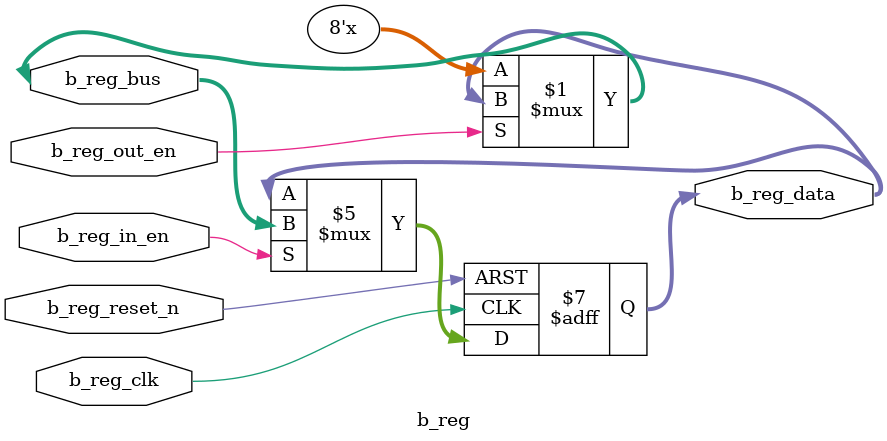
<source format=v>
`timescale 1ns / 1ps

module b_reg(
    inout tri [7:0] b_reg_bus,
    output reg [7:0] b_reg_data,
    input b_reg_clk,
    input b_reg_reset_n,
    input wire b_reg_in_en,
    input wire b_reg_out_en
    );


assign b_reg_bus= b_reg_out_en? b_reg_data : 8'bz;

always @(posedge b_reg_clk or negedge b_reg_reset_n)begin
    if(b_reg_reset_n==1'b0)
        b_reg_data<=8'd0;
    else begin
        if(b_reg_in_en==1'b1)
            b_reg_data<=b_reg_bus;
    end
end    

endmodule

</source>
